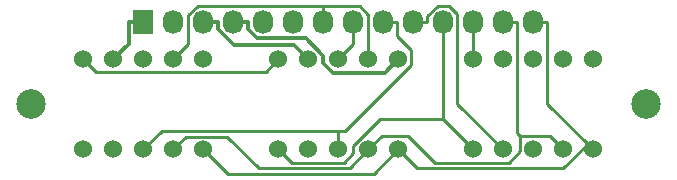
<source format=gbr>
G04 #@! TF.FileFunction,Copper,L2,Bot,Signal*
%FSLAX46Y46*%
G04 Gerber Fmt 4.6, Leading zero omitted, Abs format (unit mm)*
G04 Created by KiCad (PCBNEW 4.0.2-stable) date Sunday, August 14, 2016 'PMt' 09:10:01 PM*
%MOMM*%
G01*
G04 APERTURE LIST*
%ADD10C,0.100000*%
%ADD11C,2.500000*%
%ADD12C,1.524000*%
%ADD13R,1.727200X2.032000*%
%ADD14O,1.727200X2.032000*%
%ADD15C,0.250000*%
%ADD16C,0.300000*%
G04 APERTURE END LIST*
D10*
D11*
X164465000Y-107315000D03*
X112395000Y-107315000D03*
D12*
X116840000Y-111125000D03*
X119380000Y-111125000D03*
X121920000Y-111125000D03*
X124460000Y-111125000D03*
X127000000Y-111125000D03*
X127000000Y-103505000D03*
X124460000Y-103505000D03*
X121920000Y-103505000D03*
X119380000Y-103505000D03*
X116840000Y-103505000D03*
X133350000Y-111125000D03*
X135890000Y-111125000D03*
X138430000Y-111125000D03*
X140970000Y-111125000D03*
X143510000Y-111125000D03*
X143510000Y-103505000D03*
X140970000Y-103505000D03*
X138430000Y-103505000D03*
X135890000Y-103505000D03*
X133350000Y-103505000D03*
X149860000Y-111125000D03*
X152400000Y-111125000D03*
X154940000Y-111125000D03*
X157480000Y-111125000D03*
X160020000Y-111125000D03*
X160020000Y-103505000D03*
X157480000Y-103505000D03*
X154940000Y-103505000D03*
X152400000Y-103505000D03*
X149860000Y-103505000D03*
D13*
X121920000Y-100330000D03*
D14*
X124460000Y-100330000D03*
X127000000Y-100330000D03*
X129540000Y-100330000D03*
X132080000Y-100330000D03*
X134620000Y-100330000D03*
X137160000Y-100330000D03*
X139700000Y-100330000D03*
X142240000Y-100330000D03*
X144780000Y-100330000D03*
X147320000Y-100330000D03*
X149860000Y-100330000D03*
X152400000Y-100330000D03*
X154940000Y-100330000D03*
D15*
X147320000Y-100330000D02*
X147320000Y-108585000D01*
X147320000Y-108585000D02*
X149860000Y-111125000D01*
X134485500Y-112260500D02*
X133350000Y-111125000D01*
X138883000Y-112260500D02*
X134485500Y-112260500D01*
X139700000Y-111443500D02*
X138883000Y-112260500D01*
X139700000Y-110854700D02*
X139700000Y-111443500D01*
X141969700Y-108585000D02*
X139700000Y-110854700D01*
X147320000Y-108585000D02*
X141969700Y-108585000D01*
X148509500Y-107234500D02*
X152400000Y-111125000D01*
X148509500Y-99648100D02*
X148509500Y-107234500D01*
X147810200Y-98948800D02*
X148509500Y-99648100D01*
X146830000Y-98948800D02*
X147810200Y-98948800D01*
X145968900Y-99809900D02*
X146830000Y-98948800D01*
X145968900Y-100330000D02*
X145968900Y-99809900D01*
X144780000Y-100330000D02*
X145968900Y-100330000D01*
X142240000Y-100330000D02*
X143428900Y-100330000D01*
X123492100Y-109552900D02*
X121920000Y-111125000D01*
X138430000Y-109552900D02*
X123492100Y-109552900D01*
X138430000Y-109552800D02*
X138430000Y-109552900D01*
X139019600Y-109552800D02*
X138430000Y-109552800D01*
X144615800Y-103956600D02*
X139019600Y-109552800D01*
X144615800Y-102705800D02*
X144615800Y-103956600D01*
X143428900Y-101518900D02*
X144615800Y-102705800D01*
X143428900Y-100330000D02*
X143428900Y-101518900D01*
X138430000Y-109552900D02*
X138430000Y-111125000D01*
X125555800Y-110029200D02*
X124460000Y-111125000D01*
X129028000Y-110029200D02*
X125555800Y-110029200D01*
X131709700Y-112710900D02*
X129028000Y-110029200D01*
X139384100Y-112710900D02*
X131709700Y-112710900D01*
X140970000Y-111125000D02*
X139384100Y-112710900D01*
X152400000Y-100330000D02*
X153588900Y-100330000D01*
X156356600Y-110001600D02*
X157480000Y-111125000D01*
X153833400Y-110001600D02*
X156356600Y-110001600D01*
X153588900Y-109757100D02*
X153833400Y-110001600D01*
X153588900Y-100330000D02*
X153588900Y-109757100D01*
X142082300Y-110012700D02*
X140970000Y-111125000D01*
X144355500Y-110012700D02*
X142082300Y-110012700D01*
X146571500Y-112228700D02*
X144355500Y-110012700D01*
X152835700Y-112228700D02*
X146571500Y-112228700D01*
X153833400Y-111231000D02*
X152835700Y-112228700D01*
X153833400Y-110001600D02*
X153833400Y-111231000D01*
X154940000Y-100330000D02*
X156128900Y-100330000D01*
X156128900Y-107233900D02*
X159522900Y-110627900D01*
X156128900Y-100330000D02*
X156128900Y-107233900D01*
X159522900Y-110627900D02*
X160020000Y-111125000D01*
X157471700Y-112679100D02*
X159522900Y-110627900D01*
X145064100Y-112679100D02*
X157471700Y-112679100D01*
X143510000Y-111125000D02*
X145064100Y-112679100D01*
X141414600Y-113220400D02*
X143510000Y-111125000D01*
X129095400Y-113220400D02*
X141414600Y-113220400D01*
X127000000Y-111125000D02*
X129095400Y-113220400D01*
X137160000Y-100330000D02*
X137160000Y-98988700D01*
X140255800Y-98988700D02*
X137160000Y-98988700D01*
X140970000Y-99702900D02*
X140255800Y-98988700D01*
X140970000Y-103505000D02*
X140970000Y-99702900D01*
X125730000Y-102235000D02*
X124460000Y-103505000D01*
X125730000Y-99761600D02*
X125730000Y-102235000D01*
X126502900Y-98988700D02*
X125730000Y-99761600D01*
X137160000Y-98988700D02*
X126502900Y-98988700D01*
X139700000Y-102235000D02*
X138430000Y-103505000D01*
X139700000Y-100330000D02*
X139700000Y-102235000D01*
D16*
X120706100Y-102178900D02*
X119380000Y-103505000D01*
X120706100Y-100330000D02*
X120706100Y-102178900D01*
X121920000Y-100330000D02*
X120706100Y-100330000D01*
D15*
X149860000Y-100330000D02*
X149860000Y-103505000D01*
X117927800Y-104592800D02*
X116840000Y-103505000D01*
X132262200Y-104592800D02*
X117927800Y-104592800D01*
X133350000Y-103505000D02*
X132262200Y-104592800D01*
D16*
X142371800Y-104643200D02*
X143510000Y-103505000D01*
X137991600Y-104643200D02*
X142371800Y-104643200D01*
X137160000Y-103811600D02*
X137991600Y-104643200D01*
X137160000Y-103188400D02*
X137160000Y-103811600D01*
X135668000Y-101696400D02*
X137160000Y-103188400D01*
X131513300Y-101696400D02*
X135668000Y-101696400D01*
X130753900Y-100937000D02*
X131513300Y-101696400D01*
X130753900Y-100330000D02*
X130753900Y-100937000D01*
X129540000Y-100330000D02*
X130753900Y-100330000D01*
X134680800Y-102295800D02*
X135890000Y-103505000D01*
X129572700Y-102295800D02*
X134680800Y-102295800D01*
X128213900Y-100937000D02*
X129572700Y-102295800D01*
X128213900Y-100330000D02*
X128213900Y-100937000D01*
X127000000Y-100330000D02*
X128213900Y-100330000D01*
M02*

</source>
